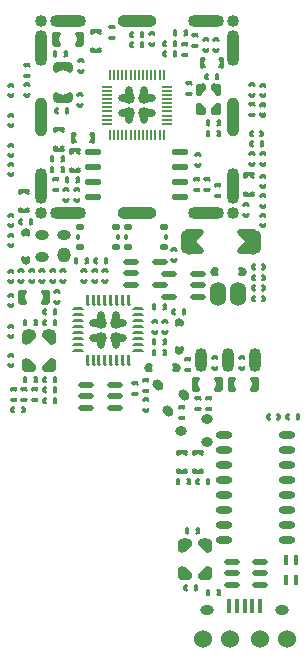
<source format=gtp>
G04 #@! TF.GenerationSoftware,KiCad,Pcbnew,6.0.5-a6ca702e91~116~ubuntu20.04.1*
G04 #@! TF.CreationDate,2024-03-03T00:05:47+03:00*
G04 #@! TF.ProjectId,iot-esp-eth-com,696f742d-6573-4702-9d65-74682d636f6d,rev?*
G04 #@! TF.SameCoordinates,PX3072580PYa990340*
G04 #@! TF.FileFunction,Paste,Top*
G04 #@! TF.FilePolarity,Positive*
%FSLAX46Y46*%
G04 Gerber Fmt 4.6, Leading zero omitted, Abs format (unit mm)*
G04 Created by KiCad (PCBNEW 6.0.5-a6ca702e91~116~ubuntu20.04.1) date 2024-03-03 00:05:47*
%MOMM*%
%LPD*%
G01*
G04 APERTURE LIST*
G04 Aperture macros list*
%AMRoundRect*
0 Rectangle with rounded corners*
0 $1 Rounding radius*
0 $2 $3 $4 $5 $6 $7 $8 $9 X,Y pos of 4 corners*
0 Add a 4 corners polygon primitive as box body*
4,1,4,$2,$3,$4,$5,$6,$7,$8,$9,$2,$3,0*
0 Add four circle primitives for the rounded corners*
1,1,$1+$1,$2,$3*
1,1,$1+$1,$4,$5*
1,1,$1+$1,$6,$7*
1,1,$1+$1,$8,$9*
0 Add four rect primitives between the rounded corners*
20,1,$1+$1,$2,$3,$4,$5,0*
20,1,$1+$1,$4,$5,$6,$7,0*
20,1,$1+$1,$6,$7,$8,$9,0*
20,1,$1+$1,$8,$9,$2,$3,0*%
%AMHorizOval*
0 Thick line with rounded ends*
0 $1 width*
0 $2 $3 position (X,Y) of the first rounded end (center of the circle)*
0 $4 $5 position (X,Y) of the second rounded end (center of the circle)*
0 Add line between two ends*
20,1,$1,$2,$3,$4,$5,0*
0 Add two circle primitives to create the rounded ends*
1,1,$1,$2,$3*
1,1,$1,$4,$5*%
%AMOutline4P*
0 Free polygon, 4 corners , with rotation*
0 The origin of the aperture is its center*
0 number of corners: always 4*
0 $1 to $8 corner X, Y*
0 $9 Rotation angle, in degrees counterclockwise*
0 create outline with 4 corners*
4,1,4,$1,$2,$3,$4,$5,$6,$7,$8,$1,$2,$9*%
G04 Aperture macros list end*
%ADD10Outline4P,-0.177800X-0.190500X0.177800X-0.190500X0.000000X0.190500X0.000000X0.190500X270.000000*%
%ADD11RoundRect,0.127000X0.000000X0.127000X0.000000X-0.127000X0.000000X-0.127000X0.000000X0.127000X0*%
%ADD12O,0.965200X0.406400*%
%ADD13Outline4P,-0.177800X-0.190500X0.177800X-0.190500X0.000000X0.190500X0.000000X0.190500X90.000000*%
%ADD14RoundRect,0.127000X0.000000X-0.127000X0.000000X0.127000X0.000000X0.127000X0.000000X-0.127000X0*%
%ADD15RoundRect,0.127000X0.035921X0.035921X-0.035921X-0.035921X-0.035921X-0.035921X0.035921X0.035921X0*%
%ADD16RoundRect,0.127000X0.050800X0.000000X-0.050800X0.000000X-0.050800X0.000000X0.050800X0.000000X0*%
%ADD17RoundRect,0.127000X-0.050800X0.000000X0.050800X0.000000X0.050800X0.000000X-0.050800X0.000000X0*%
%ADD18RoundRect,0.127000X-0.035921X-0.035921X0.035921X0.035921X0.035921X0.035921X-0.035921X-0.035921X0*%
%ADD19RoundRect,0.139700X0.000000X0.152400X0.000000X0.152400X0.000000X-0.152400X0.000000X-0.152400X0*%
%ADD20RoundRect,0.139700X0.000000X-0.152400X0.000000X-0.152400X0.000000X0.152400X0.000000X0.152400X0*%
%ADD21RoundRect,0.127000X-0.035921X0.035921X0.035921X-0.035921X0.035921X-0.035921X-0.035921X0.035921X0*%
%ADD22RoundRect,0.127000X0.035921X-0.035921X-0.035921X0.035921X-0.035921X0.035921X0.035921X-0.035921X0*%
%ADD23O,1.399540X0.599440*%
%ADD24RoundRect,0.127000X0.000000X0.050800X0.000000X-0.050800X0.000000X-0.050800X0.000000X0.050800X0*%
%ADD25RoundRect,0.139700X0.152400X0.000000X0.152400X0.000000X-0.152400X0.000000X-0.152400X0.000000X0*%
%ADD26RoundRect,0.127000X0.000000X-0.050800X0.000000X0.050800X0.000000X0.050800X0.000000X-0.050800X0*%
%ADD27RoundRect,0.139700X-0.152400X0.000000X-0.152400X0.000000X0.152400X0.000000X0.152400X0.000000X0*%
%ADD28O,1.397000X2.032000*%
%ADD29O,1.016000X2.032000*%
%ADD30HorizOval,0.457200X-0.251447X-0.251447X0.251447X0.251447X0*%
%ADD31O,1.143000X0.762000*%
%ADD32O,0.508000X1.117600*%
%ADD33O,0.482600X0.609600*%
%ADD34HorizOval,0.457200X-0.251447X0.251447X0.251447X-0.251447X0*%
%ADD35O,0.609600X0.457200*%
%ADD36HorizOval,0.457200X0.251447X-0.251447X-0.251447X0.251447X0*%
%ADD37HorizOval,0.457200X0.251447X0.251447X-0.251447X-0.251447X0*%
%ADD38O,1.143000X0.889000*%
%ADD39C,1.524000*%
%ADD40O,0.381000X1.270000*%
%ADD41O,0.457200X0.812800*%
%ADD42O,1.625600X0.711200*%
%ADD43HorizOval,0.406400X0.259055X-0.104665X-0.259055X0.104665X0*%
%ADD44HorizOval,0.406400X-0.259055X0.104665X0.259055X-0.104665X0*%
%ADD45HorizOval,0.406400X-0.259055X-0.104665X0.259055X0.104665X0*%
%ADD46HorizOval,0.406400X0.259055X0.104665X-0.259055X-0.104665X0*%
%ADD47Outline4P,-0.177800X-0.190500X0.177800X-0.190500X0.000000X0.190500X0.000000X0.190500X0.000000*%
%ADD48O,0.406400X0.965200*%
%ADD49Outline4P,-0.177800X-0.190500X0.177800X-0.190500X0.000000X0.190500X0.000000X0.190500X180.000000*%
%ADD50RoundRect,0.127000X0.127000X0.000000X-0.127000X0.000000X-0.127000X0.000000X0.127000X0.000000X0*%
%ADD51RoundRect,0.127000X-0.127000X0.000000X0.127000X0.000000X0.127000X0.000000X-0.127000X0.000000X0*%
%ADD52O,0.635000X1.143000*%
%ADD53C,1.016000*%
%ADD54O,1.143000X0.635000*%
%ADD55O,0.254000X1.016000*%
%ADD56O,1.016000X0.254000*%
%ADD57O,0.558800X1.270000*%
%ADD58RoundRect,0.177800X0.177800X0.000000X-0.177800X0.000000X-0.177800X0.000000X0.177800X0.000000X0*%
%ADD59Outline4P,-0.279400X-0.254000X0.279400X-0.254000X0.000000X0.254000X0.000000X0.254000X0.000000*%
%ADD60Outline4P,-0.279400X-0.254000X0.279400X-0.254000X0.000000X0.254000X0.000000X0.254000X180.000000*%
%ADD61RoundRect,0.177800X-0.177800X0.000000X0.177800X0.000000X0.177800X0.000000X-0.177800X0.000000X0*%
%ADD62RoundRect,0.127000X-0.048644X0.040817X0.048644X-0.040817X0.048644X-0.040817X-0.048644X0.040817X0*%
%ADD63RoundRect,0.127000X-0.048644X-0.040817X0.048644X0.040817X0.048644X0.040817X-0.048644X-0.040817X0*%
%ADD64RoundRect,0.127000X-0.069850X0.000000X0.069850X0.000000X0.069850X0.000000X-0.069850X0.000000X0*%
%ADD65RoundRect,0.127000X0.048644X-0.040817X-0.048644X0.040817X-0.048644X0.040817X0.048644X-0.040817X0*%
%ADD66RoundRect,0.127000X0.048644X0.040817X-0.048644X-0.040817X-0.048644X-0.040817X0.048644X0.040817X0*%
%ADD67RoundRect,0.177800X0.000000X-0.114300X0.000000X-0.114300X0.000000X0.114300X0.000000X0.114300X0*%
%ADD68HorizOval,0.304800X-0.125724X-0.125724X0.125724X0.125724X0*%
%ADD69O,0.304800X0.609600*%
%ADD70HorizOval,0.304800X0.125724X-0.125724X-0.125724X0.125724X0*%
%ADD71O,0.711200X0.673100*%
%ADD72HorizOval,0.304800X0.125724X0.125724X-0.125724X-0.125724X0*%
%ADD73HorizOval,0.304800X-0.125724X0.125724X0.125724X-0.125724X0*%
%ADD74RoundRect,0.127000X-0.040817X-0.048644X0.040817X0.048644X0.040817X0.048644X-0.040817X-0.048644X0*%
%ADD75RoundRect,0.127000X0.000000X-0.069850X0.000000X0.069850X0.000000X0.069850X0.000000X-0.069850X0*%
%ADD76RoundRect,0.177800X0.114300X0.000000X0.114300X0.000000X-0.114300X0.000000X-0.114300X0.000000X0*%
%ADD77RoundRect,0.127000X0.040817X-0.048644X-0.040817X0.048644X-0.040817X0.048644X0.040817X-0.048644X0*%
%ADD78RoundRect,0.127000X0.040817X0.048644X-0.040817X-0.048644X-0.040817X-0.048644X0.040817X0.048644X0*%
%ADD79RoundRect,0.127000X-0.040817X0.048644X0.040817X-0.048644X0.040817X-0.048644X-0.040817X0.048644X0*%
%ADD80O,1.320800X0.508000*%
%ADD81O,0.406400X0.914400*%
%ADD82O,0.609600X0.304800*%
%ADD83O,0.673100X0.711200*%
%ADD84O,1.016000X0.812800*%
%ADD85RoundRect,0.177800X-0.114300X0.000000X-0.114300X0.000000X0.114300X0.000000X0.114300X0.000000X0*%
%ADD86RoundRect,0.127000X0.000000X0.069850X0.000000X-0.069850X0.000000X-0.069850X0.000000X0.069850X0*%
%ADD87O,0.762000X0.558800*%
%ADD88O,0.355600X0.635000*%
%ADD89O,1.651000X0.508000*%
%ADD90O,1.422400X2.159000*%
%ADD91HorizOval,0.508000X-0.404112X0.404112X0.404112X-0.404112X0*%
%ADD92HorizOval,0.508000X0.404112X-0.404112X-0.404112X0.404112X0*%
%ADD93HorizOval,0.508000X-0.404112X-0.404112X0.404112X0.404112X0*%
%ADD94HorizOval,0.508000X0.404112X0.404112X-0.404112X-0.404112X0*%
%ADD95RoundRect,0.127000X0.069850X0.000000X-0.069850X0.000000X-0.069850X0.000000X0.069850X0.000000X0*%
%ADD96RoundRect,0.177800X0.000000X0.114300X0.000000X0.114300X0.000000X-0.114300X0.000000X-0.114300X0*%
%ADD97O,1.371600X0.558800*%
%ADD98O,1.143000X1.270000*%
%ADD99O,1.143000X0.838200*%
%ADD100HorizOval,0.812800X-0.071842X0.071842X0.071842X-0.071842X0*%
%ADD101O,0.533400X0.660400*%
%ADD102O,0.863600X0.558800*%
%ADD103HorizOval,0.533400X-0.179605X0.179605X0.179605X-0.179605X0*%
%ADD104HorizOval,0.533400X0.179605X0.179605X-0.179605X-0.179605X0*%
%ADD105O,0.533400X1.041400*%
%ADD106HorizOval,0.533400X-0.179605X-0.179605X0.179605X0.179605X0*%
%ADD107HorizOval,0.533400X0.179605X-0.179605X-0.179605X0.179605X0*%
%ADD108O,0.177800X0.889000*%
%ADD109O,0.889000X0.177800*%
%ADD110O,3.048000X1.016000*%
%ADD111O,1.016000X3.048000*%
%ADD112O,1.016000X3.302000*%
%ADD113O,3.302000X1.016000*%
G04 APERTURE END LIST*
D10*
G04 #@! TO.C,C22*
X11150600Y51206400D03*
D11*
X10947400Y52654200D03*
D10*
X11150600Y52578000D03*
D12*
X11303000Y52755800D03*
D11*
X11658600Y52654200D03*
D13*
X11455400Y52578000D03*
D12*
X11303000Y51028600D03*
D14*
X10947400Y51130200D03*
X11658600Y51130200D03*
D13*
X11455400Y51206400D03*
G04 #@! TD*
G04 #@! TO.C,L81*
X18694400Y16941800D03*
D12*
X18542000Y15392400D03*
D11*
X18186400Y17018000D03*
X18897600Y17018000D03*
D12*
X18542000Y17119600D03*
D14*
X18186400Y15494000D03*
D10*
X18389600Y15570200D03*
D13*
X18694400Y15570200D03*
D14*
X18897600Y15494000D03*
D10*
X18389600Y16941800D03*
G04 #@! TD*
D11*
G04 #@! TO.C,L2*
X9880600Y42545000D03*
D14*
X9169400Y41021000D03*
D12*
X9525000Y40919400D03*
D14*
X9880600Y41021000D03*
D13*
X9677400Y41097200D03*
D11*
X9169400Y42545000D03*
D10*
X9372600Y41097200D03*
D12*
X9525000Y42646600D03*
D13*
X9677400Y42468800D03*
D10*
X9372600Y42468800D03*
G04 #@! TD*
D15*
G04 #@! TO.C,C87*
X19888200Y14732000D03*
D16*
X19875500Y14782800D03*
D17*
X20764500Y14782800D03*
D18*
X20751800Y14478000D03*
D16*
X19875500Y14427200D03*
D19*
X19837400Y14605000D03*
D20*
X20802600Y14605000D03*
D21*
X19888200Y14478000D03*
D17*
X20764500Y14427200D03*
D22*
X20751800Y14732000D03*
G04 #@! TD*
D23*
G04 #@! TO.C,U81*
X22098000Y18542000D03*
X22098000Y17272000D03*
X22098000Y16002000D03*
X22098000Y14732000D03*
X22098000Y13462000D03*
X22098000Y12192000D03*
X22098000Y10922000D03*
X22098000Y9652000D03*
X27432000Y9652000D03*
X27432000Y10922000D03*
X27432000Y12192000D03*
X27432000Y13462000D03*
X27432000Y14732000D03*
X27432000Y16002000D03*
X27432000Y17272000D03*
X27432000Y18542000D03*
G04 #@! TD*
D24*
G04 #@! TO.C,C7*
X21285200Y51117500D03*
D21*
X21336000Y51130200D03*
D25*
X21463000Y52044600D03*
D26*
X21640800Y52006500D03*
D15*
X21336000Y51993800D03*
D18*
X21590000Y51130200D03*
D22*
X21590000Y51993800D03*
D27*
X21463000Y51079400D03*
D24*
X21640800Y51117500D03*
D26*
X21285200Y52006500D03*
G04 #@! TD*
D27*
G04 #@! TO.C,R72*
X8509000Y31521400D03*
D26*
X8331200Y32448500D03*
D24*
X8331200Y31559500D03*
D18*
X8636000Y31572200D03*
D24*
X8686800Y31559500D03*
D15*
X8382000Y32435800D03*
D22*
X8636000Y32435800D03*
D26*
X8686800Y32448500D03*
D21*
X8382000Y31572200D03*
D25*
X8509000Y32486600D03*
G04 #@! TD*
D18*
G04 #@! TO.C,C24*
X8890000Y38430200D03*
D26*
X8940800Y39306500D03*
D27*
X8763000Y38379400D03*
D25*
X8763000Y39344600D03*
D24*
X8940800Y38417500D03*
D21*
X8636000Y38430200D03*
D24*
X8585200Y38417500D03*
D22*
X8890000Y39293800D03*
D26*
X8585200Y39306500D03*
D15*
X8636000Y39293800D03*
G04 #@! TD*
D28*
G04 #@! TO.C,U41*
X21615400Y30480000D03*
X23342600Y30480000D03*
D29*
X20193000Y24892000D03*
X22479000Y24892000D03*
X24765000Y24892000D03*
G04 #@! TD*
D11*
G04 #@! TO.C,D42*
X24612600Y40513000D03*
D12*
X24257000Y40614600D03*
D11*
X23901400Y40513000D03*
D10*
X24104600Y39065200D03*
D14*
X24612600Y38989000D03*
D13*
X24409400Y39065200D03*
D12*
X24257000Y38887400D03*
D13*
X24409400Y40436800D03*
D14*
X23901400Y38989000D03*
D10*
X24104600Y40436800D03*
G04 #@! TD*
D12*
G04 #@! TO.C,C18*
X8128000Y44450000D03*
D11*
X8483600Y44348400D03*
D13*
X8280400Y44272200D03*
X8280400Y42900600D03*
D12*
X8128000Y42722800D03*
D10*
X7975600Y44272200D03*
X7975600Y42900600D03*
D14*
X7772400Y42824400D03*
X8483600Y42824400D03*
D11*
X7772400Y44348400D03*
G04 #@! TD*
D22*
G04 #@! TO.C,C62*
X5334000Y22402800D03*
D21*
X5080000Y21539200D03*
D24*
X5384800Y21526500D03*
D15*
X5080000Y22402800D03*
D25*
X5207000Y22453600D03*
D26*
X5384800Y22415500D03*
D27*
X5207000Y21488400D03*
D24*
X5029200Y21526500D03*
D18*
X5334000Y21539200D03*
D26*
X5029200Y22415500D03*
G04 #@! TD*
D30*
G04 #@! TO.C,X81*
X20421600Y6934200D03*
D31*
X18846800Y6578600D03*
X20523200Y9423400D03*
D32*
X18516600Y9144000D03*
D33*
X19189700Y6604000D03*
D34*
X18948400Y6934200D03*
D35*
X18592800Y7188200D03*
X20777200Y7188200D03*
D31*
X20523200Y6578600D03*
D35*
X18592800Y8813800D03*
D33*
X20180300Y6604000D03*
D32*
X20853400Y9144000D03*
D33*
X19189700Y9398000D03*
D31*
X18846800Y9423400D03*
D32*
X20853400Y6858000D03*
D35*
X20777200Y8813800D03*
D32*
X18516600Y6858000D03*
D33*
X20180300Y9398000D03*
D36*
X20421600Y9067800D03*
D37*
X18948400Y9067800D03*
G04 #@! TD*
D21*
G04 #@! TO.C,C12*
X20650200Y48768000D03*
D16*
X20637500Y49072800D03*
D17*
X21526500Y49072800D03*
D19*
X20599400Y48895000D03*
D20*
X21564600Y48895000D03*
D15*
X20650200Y49022000D03*
D18*
X21513800Y48768000D03*
D16*
X20637500Y48717200D03*
D17*
X21526500Y48717200D03*
D22*
X21513800Y49022000D03*
G04 #@! TD*
D26*
G04 #@! TO.C,C25*
X9474200Y39306500D03*
D27*
X9652000Y38379400D03*
D22*
X9779000Y39293800D03*
D21*
X9525000Y38430200D03*
D15*
X9525000Y39293800D03*
D18*
X9779000Y38430200D03*
D24*
X9474200Y38417500D03*
X9829800Y38417500D03*
D25*
X9652000Y39344600D03*
D26*
X9829800Y39306500D03*
G04 #@! TD*
D21*
G04 #@! TO.C,C10*
X19812000Y41402000D03*
D15*
X19812000Y42265600D03*
D26*
X19761200Y42278300D03*
D24*
X19761200Y41389300D03*
D27*
X19939000Y41351200D03*
D24*
X20116800Y41389300D03*
D25*
X19939000Y42316400D03*
D26*
X20116800Y42278300D03*
D22*
X20066000Y42265600D03*
D18*
X20066000Y41402000D03*
G04 #@! TD*
D32*
G04 #@! TO.C,X61*
X5308600Y26797000D03*
D31*
X7315200Y27076400D03*
D35*
X5384800Y26466800D03*
D33*
X5981700Y27051000D03*
D31*
X5638800Y27076400D03*
D32*
X7645400Y24511000D03*
D33*
X6972300Y27051000D03*
D35*
X7569200Y24841200D03*
D31*
X7315200Y24231600D03*
D32*
X5308600Y24511000D03*
D35*
X5384800Y24841200D03*
D33*
X6972300Y24257000D03*
D32*
X7645400Y26797000D03*
D35*
X7569200Y26466800D03*
D34*
X5740400Y24587200D03*
D37*
X5740400Y26720800D03*
D33*
X5981700Y24257000D03*
D31*
X5638800Y24231600D03*
D30*
X7213600Y24587200D03*
D36*
X7213600Y26720800D03*
G04 #@! TD*
D26*
G04 #@! TO.C,C3*
X18618200Y51625500D03*
D25*
X18796000Y51663600D03*
D18*
X18923000Y50749200D03*
D24*
X18618200Y50736500D03*
D26*
X18973800Y51625500D03*
D21*
X18669000Y50749200D03*
D22*
X18923000Y51612800D03*
D27*
X18796000Y50698400D03*
D24*
X18973800Y50736500D03*
D15*
X18669000Y51612800D03*
G04 #@! TD*
D26*
G04 #@! TO.C,C65*
X14782800Y22923500D03*
D21*
X14478000Y22047200D03*
D18*
X14732000Y22047200D03*
D25*
X14605000Y22961600D03*
D24*
X14782800Y22034500D03*
D15*
X14478000Y22910800D03*
D26*
X14427200Y22923500D03*
D24*
X14427200Y22034500D03*
D22*
X14732000Y22910800D03*
D27*
X14605000Y21996400D03*
G04 #@! TD*
D38*
G04 #@! TO.C,J81*
X20701000Y3759200D03*
D39*
X25146000Y1270000D03*
D38*
X27051000Y3759200D03*
D39*
X22606000Y1270000D03*
X27432000Y1270000D03*
X20320000Y1270000D03*
D40*
X22575520Y4064000D03*
X23228300Y4064000D03*
X23876000Y4064000D03*
X24523700Y4064000D03*
X25176480Y4064000D03*
G04 #@! TD*
D26*
G04 #@! TO.C,R51*
X24688800Y42354500D03*
D25*
X24511000Y42392600D03*
D18*
X24638000Y41478200D03*
D22*
X24638000Y42341800D03*
D15*
X24384000Y42341800D03*
D26*
X24333200Y42354500D03*
D21*
X24384000Y41478200D03*
D24*
X24688800Y41465500D03*
X24333200Y41465500D03*
D27*
X24511000Y41427400D03*
G04 #@! TD*
D21*
G04 #@! TO.C,R69*
X16205200Y26289000D03*
D20*
X17119600Y26416000D03*
D17*
X17081500Y26593800D03*
D15*
X16205200Y26543000D03*
D16*
X16192500Y26593800D03*
D19*
X16154400Y26416000D03*
D18*
X17068800Y26289000D03*
D22*
X17068800Y26543000D03*
D16*
X16192500Y26238200D03*
D17*
X17081500Y26238200D03*
G04 #@! TD*
D41*
G04 #@! TO.C,X2*
X9093200Y47142400D03*
D42*
X8509000Y49784000D03*
X8509000Y46990000D03*
D41*
X7924800Y47142400D03*
D43*
X8178800Y47244000D03*
D44*
X8839200Y49530000D03*
D45*
X8839200Y47244000D03*
D41*
X7924800Y49631600D03*
X9093200Y49631600D03*
D46*
X8178800Y49530000D03*
G04 #@! TD*
D15*
G04 #@! TO.C,R31*
X9601200Y33401000D03*
D16*
X9588500Y33096200D03*
X9588500Y33451800D03*
D18*
X10464800Y33147000D03*
D17*
X10477500Y33096200D03*
D19*
X9550400Y33274000D03*
D22*
X10464800Y33401000D03*
D17*
X10477500Y33451800D03*
D20*
X10515600Y33274000D03*
D21*
X9601200Y33147000D03*
G04 #@! TD*
D26*
G04 #@! TO.C,C73*
X7442200Y32448500D03*
D22*
X7747000Y32435800D03*
D24*
X7442200Y31559500D03*
D21*
X7493000Y31572200D03*
D27*
X7620000Y31521400D03*
D26*
X7797800Y32448500D03*
D25*
X7620000Y32486600D03*
D15*
X7493000Y32435800D03*
D18*
X7747000Y31572200D03*
D24*
X7797800Y31559500D03*
G04 #@! TD*
D47*
G04 #@! TO.C,C11*
X10845800Y43535600D03*
D48*
X9296400Y43688000D03*
X11023600Y43688000D03*
D49*
X9474200Y43840400D03*
D50*
X10922000Y43332400D03*
D51*
X9398000Y44043600D03*
X9398000Y43332400D03*
D49*
X10845800Y43840400D03*
D47*
X9474200Y43535600D03*
D50*
X10922000Y44043600D03*
G04 #@! TD*
D52*
G04 #@! TO.C,U61*
X12954000Y28448000D03*
D53*
X12954000Y28067000D03*
D52*
X11684000Y26416000D03*
X12954000Y26416000D03*
D54*
X11303000Y26797000D03*
X13335000Y26797000D03*
D53*
X11684000Y26797000D03*
X12954000Y26797000D03*
D54*
X13335000Y28067000D03*
D52*
X11684000Y28448000D03*
D53*
X11684000Y28067000D03*
D54*
X11303000Y28067000D03*
D55*
X10566400Y24892000D03*
X11074400Y24892000D03*
X11569700Y24892000D03*
X12065000Y24892000D03*
X12573000Y24892000D03*
X13068300Y24892000D03*
X13563600Y24892000D03*
X14071600Y24892000D03*
D56*
X14859000Y25679400D03*
X14859000Y26187400D03*
X14859000Y26682700D03*
X14859000Y27178000D03*
X14859000Y27686000D03*
X14859000Y28181300D03*
X14859000Y28676600D03*
X14859000Y29184600D03*
D55*
X14071600Y29972000D03*
X13563600Y29972000D03*
X13068300Y29972000D03*
X12573000Y29972000D03*
X12065000Y29972000D03*
X11569700Y29972000D03*
X11074400Y29972000D03*
X10566400Y29972000D03*
D56*
X9779000Y29184600D03*
X9779000Y28676600D03*
X9779000Y28181300D03*
X9779000Y27686000D03*
X9779000Y27178000D03*
X9779000Y26682700D03*
X9779000Y26187400D03*
X9779000Y25679400D03*
G04 #@! TD*
D21*
G04 #@! TO.C,C23*
X14300200Y52324000D03*
D16*
X14287500Y52628800D03*
D17*
X15176500Y52628800D03*
D20*
X15214600Y52451000D03*
D19*
X14249400Y52451000D03*
D22*
X15163800Y52578000D03*
D17*
X15176500Y52273200D03*
D16*
X14287500Y52273200D03*
D18*
X15163800Y52324000D03*
D15*
X14300200Y52578000D03*
G04 #@! TD*
D21*
G04 #@! TO.C,C15*
X7950200Y45847000D03*
D17*
X8826500Y46151800D03*
X8826500Y45796200D03*
D20*
X8864600Y45974000D03*
D16*
X7937500Y45796200D03*
D15*
X7950200Y46101000D03*
D18*
X8813800Y45847000D03*
D19*
X7899400Y45974000D03*
D22*
X8813800Y46101000D03*
D16*
X7937500Y46151800D03*
G04 #@! TD*
D18*
G04 #@! TO.C,C66*
X16383000Y27254200D03*
D27*
X16256000Y27203400D03*
D15*
X16129000Y28117800D03*
D25*
X16256000Y28168600D03*
D24*
X16078200Y27241500D03*
D22*
X16383000Y28117800D03*
D26*
X16078200Y28130500D03*
D21*
X16129000Y27254200D03*
D26*
X16433800Y28130500D03*
D24*
X16433800Y27241500D03*
G04 #@! TD*
G04 #@! TO.C,C5*
X9753600Y46469300D03*
D15*
X9804400Y47345600D03*
D26*
X9753600Y47358300D03*
D22*
X10058400Y47345600D03*
D25*
X9931400Y47396400D03*
D26*
X10109200Y47358300D03*
D27*
X9931400Y46431200D03*
D21*
X9804400Y46482000D03*
D24*
X10109200Y46469300D03*
D18*
X10058400Y46482000D03*
G04 #@! TD*
D57*
G04 #@! TO.C,C21*
X7810500Y52070000D03*
D58*
X9829800Y52527200D03*
D59*
X9753600Y51892200D03*
D60*
X8026400Y52247800D03*
D58*
X9829800Y51612800D03*
D59*
X8026400Y51892200D03*
D60*
X9753600Y52247800D03*
D61*
X7950200Y51612800D03*
X7950200Y52527200D03*
D57*
X9969500Y52070000D03*
G04 #@! TD*
D48*
G04 #@! TO.C,C8*
X20218400Y50038000D03*
X21945600Y50038000D03*
D47*
X20396200Y49885600D03*
D49*
X21767800Y50190400D03*
D51*
X20320000Y49682400D03*
X20320000Y50393600D03*
D50*
X21844000Y50393600D03*
X21844000Y49682400D03*
D49*
X20396200Y50190400D03*
D47*
X21767800Y49885600D03*
G04 #@! TD*
D62*
G04 #@! TO.C,D107*
X25387300Y31998920D03*
D63*
X24650700Y31998920D03*
D64*
X24625300Y31711900D03*
D65*
X24650700Y31755080D03*
D64*
X25412700Y32042100D03*
X25412700Y31711900D03*
X24625300Y32042100D03*
D66*
X25387300Y31755080D03*
D67*
X24549100Y31877000D03*
X25488900Y31877000D03*
G04 #@! TD*
D27*
G04 #@! TO.C,R56*
X24511000Y47269400D03*
D21*
X24384000Y47320200D03*
D18*
X24638000Y47320200D03*
D26*
X24333200Y48196500D03*
D25*
X24511000Y48234600D03*
D26*
X24688800Y48196500D03*
D15*
X24384000Y48183800D03*
D22*
X24638000Y48183800D03*
D24*
X24688800Y47307500D03*
X24333200Y47307500D03*
G04 #@! TD*
D68*
G04 #@! TO.C,D82*
X18415000Y25857200D03*
D69*
X18135600Y28016200D03*
D70*
X18415000Y27990800D03*
D71*
X18338800Y28149550D03*
D72*
X18262600Y27990800D03*
D69*
X18542000Y25831800D03*
D71*
X18338800Y25698450D03*
D69*
X18542000Y28016200D03*
X18135600Y25831800D03*
D73*
X18262600Y25857200D03*
G04 #@! TD*
D16*
G04 #@! TO.C,R64*
X6921500Y22529800D03*
D21*
X6934200Y22225000D03*
D20*
X7848600Y22352000D03*
D18*
X7797800Y22225000D03*
D16*
X6921500Y22174200D03*
D17*
X7810500Y22174200D03*
D15*
X6934200Y22479000D03*
D22*
X7797800Y22479000D03*
D19*
X6883400Y22352000D03*
D17*
X7810500Y22529800D03*
G04 #@! TD*
D74*
G04 #@! TO.C,D95*
X3942080Y37071300D03*
D75*
X3898900Y36309300D03*
D76*
X4064000Y36233100D03*
D77*
X3942080Y36334700D03*
D75*
X4229100Y37096700D03*
D76*
X4064000Y37172900D03*
D78*
X4185920Y36334700D03*
D75*
X4229100Y36309300D03*
D79*
X4185920Y37071300D03*
D75*
X3898900Y37096700D03*
G04 #@! TD*
D20*
G04 #@! TO.C,C81*
X21691600Y5207000D03*
D16*
X20764500Y5029200D03*
D17*
X21653500Y5384800D03*
X21653500Y5029200D03*
D22*
X21640800Y5334000D03*
D21*
X20777200Y5080000D03*
D19*
X20726400Y5207000D03*
D16*
X20764500Y5384800D03*
D18*
X21640800Y5080000D03*
D15*
X20777200Y5334000D03*
G04 #@! TD*
D21*
G04 #@! TO.C,C69*
X5283200Y23114000D03*
D15*
X5283200Y23368000D03*
D16*
X5270500Y23063200D03*
X5270500Y23418800D03*
D19*
X5232400Y23241000D03*
D18*
X6146800Y23114000D03*
D17*
X6159500Y23063200D03*
D22*
X6146800Y23368000D03*
D17*
X6159500Y23418800D03*
D20*
X6197600Y23241000D03*
G04 #@! TD*
D57*
G04 #@! TO.C,C89*
X19621500Y22860000D03*
X21780500Y22860000D03*
D58*
X21640800Y23317200D03*
D61*
X19761200Y22402800D03*
D60*
X21564600Y23037800D03*
X19837400Y23037800D03*
D59*
X21564600Y22682200D03*
X19837400Y22682200D03*
D58*
X21640800Y22402800D03*
D61*
X19761200Y23317200D03*
G04 #@! TD*
D15*
G04 #@! TO.C,C70*
X5283200Y28194000D03*
D21*
X5283200Y27940000D03*
D16*
X5270500Y27889200D03*
X5270500Y28244800D03*
D17*
X6159500Y27889200D03*
D22*
X6146800Y28194000D03*
D17*
X6159500Y28244800D03*
D18*
X6146800Y27940000D03*
D19*
X5232400Y28067000D03*
D20*
X6197600Y28067000D03*
G04 #@! TD*
D18*
G04 #@! TO.C,R7*
X19939000Y39319200D03*
D26*
X19989800Y40195500D03*
D22*
X19939000Y40182800D03*
D21*
X19685000Y39319200D03*
D26*
X19634200Y40195500D03*
D25*
X19812000Y40233600D03*
D15*
X19685000Y40182800D03*
D24*
X19989800Y39306500D03*
X19634200Y39306500D03*
D27*
X19812000Y39268400D03*
G04 #@! TD*
D18*
G04 #@! TO.C,C68*
X7797800Y27940000D03*
D21*
X6934200Y27940000D03*
D15*
X6934200Y28194000D03*
D22*
X7797800Y28194000D03*
D19*
X6883400Y28067000D03*
D16*
X6921500Y28244800D03*
X6921500Y27889200D03*
D20*
X7848600Y28067000D03*
D17*
X7810500Y27889200D03*
X7810500Y28244800D03*
G04 #@! TD*
D80*
G04 #@! TO.C,D81*
X25196800Y5892800D03*
X25196800Y6858000D03*
X25196800Y7823200D03*
X22758400Y7823200D03*
X22758400Y6858000D03*
X22758400Y5892800D03*
G04 #@! TD*
D18*
G04 #@! TO.C,C2*
X16129000Y51638200D03*
D26*
X15824200Y52514500D03*
D25*
X16002000Y52552600D03*
D24*
X16179800Y51625500D03*
D22*
X16129000Y52501800D03*
D24*
X15824200Y51625500D03*
D21*
X15875000Y51638200D03*
D26*
X16179800Y52514500D03*
D27*
X16002000Y51587400D03*
D15*
X15875000Y52501800D03*
G04 #@! TD*
D22*
G04 #@! TO.C,R6*
X17068800Y29514800D03*
D17*
X17081500Y29565600D03*
D21*
X16205200Y29260800D03*
D16*
X16192500Y29210000D03*
D20*
X17119600Y29387800D03*
D15*
X16205200Y29514800D03*
D18*
X17068800Y29260800D03*
D19*
X16154400Y29387800D03*
D16*
X16192500Y29565600D03*
D17*
X17081500Y29210000D03*
G04 #@! TD*
D19*
G04 #@! TO.C,C1*
X17043400Y51689000D03*
D22*
X17957800Y51816000D03*
D16*
X17081500Y51866800D03*
X17081500Y51511200D03*
D21*
X17094200Y51562000D03*
D17*
X17970500Y51511200D03*
X17970500Y51866800D03*
D15*
X17094200Y51816000D03*
D20*
X18008600Y51689000D03*
D18*
X17957800Y51562000D03*
G04 #@! TD*
D81*
G04 #@! TO.C,T81*
X27406600Y6248400D03*
X27406600Y7975600D03*
X28219400Y7975600D03*
X28219400Y6248400D03*
G04 #@! TD*
D82*
G04 #@! TO.C,D41*
X21386800Y32181800D03*
X23571200Y32588200D03*
D68*
X23545800Y32308800D03*
D83*
X21253450Y32385000D03*
X23704550Y32385000D03*
D72*
X21412200Y32461200D03*
D70*
X23545800Y32461200D03*
D73*
X21412200Y32308800D03*
D82*
X21386800Y32588200D03*
X23571200Y32181800D03*
G04 #@! TD*
D84*
G04 #@! TO.C,Q81*
X20657820Y17970500D03*
X20657820Y19875500D03*
X18458180Y18923000D03*
G04 #@! TD*
D24*
G04 #@! TO.C,R4*
X19354800Y47434500D03*
D27*
X19177000Y47396400D03*
D18*
X19304000Y47447200D03*
D26*
X19354800Y48323500D03*
D22*
X19304000Y48310800D03*
D21*
X19050000Y47447200D03*
D26*
X18999200Y48323500D03*
D15*
X19050000Y48310800D03*
D24*
X18999200Y47434500D03*
D25*
X19177000Y48361600D03*
G04 #@! TD*
D22*
G04 #@! TO.C,C17*
X8432800Y42037000D03*
D16*
X7556500Y41732200D03*
D19*
X7518400Y41910000D03*
D17*
X8445500Y41732200D03*
D15*
X7569200Y42037000D03*
D20*
X8483600Y41910000D03*
D18*
X8432800Y41783000D03*
D17*
X8445500Y42087800D03*
D16*
X7556500Y42087800D03*
D21*
X7569200Y41783000D03*
G04 #@! TD*
D17*
G04 #@! TO.C,C9*
X21653500Y43891200D03*
D15*
X20777200Y44196000D03*
D20*
X21691600Y44069000D03*
D19*
X20726400Y44069000D03*
D17*
X21653500Y44246800D03*
D16*
X20764500Y44246800D03*
D21*
X20777200Y43942000D03*
D22*
X21640800Y44196000D03*
D18*
X21640800Y43942000D03*
D16*
X20764500Y43891200D03*
G04 #@! TD*
D27*
G04 #@! TO.C,R2*
X21590000Y38760400D03*
D22*
X21717000Y39674800D03*
D26*
X21767800Y39687500D03*
D18*
X21717000Y38811200D03*
D24*
X21412200Y38798500D03*
D26*
X21412200Y39687500D03*
D25*
X21590000Y39725600D03*
D24*
X21767800Y38798500D03*
D15*
X21463000Y39674800D03*
D21*
X21463000Y38811200D03*
G04 #@! TD*
D85*
G04 #@! TO.C,D96*
X4064000Y35521900D03*
X4064000Y34582100D03*
D74*
X3942080Y35420300D03*
D86*
X3898900Y34658300D03*
D78*
X4185920Y34683700D03*
D77*
X3942080Y34683700D03*
D79*
X4185920Y35420300D03*
D86*
X3898900Y35445700D03*
X4229100Y34658300D03*
X4229100Y35445700D03*
G04 #@! TD*
D22*
G04 #@! TO.C,C63*
X6223000Y22402800D03*
D25*
X6096000Y22453600D03*
D26*
X5918200Y22415500D03*
D24*
X6273800Y21526500D03*
D18*
X6223000Y21539200D03*
D27*
X6096000Y21488400D03*
D15*
X5969000Y22402800D03*
D24*
X5918200Y21526500D03*
D26*
X6273800Y22415500D03*
D21*
X5969000Y21539200D03*
G04 #@! TD*
G04 #@! TO.C,C43*
X21209000Y24206200D03*
D27*
X21336000Y24155400D03*
D25*
X21336000Y25120600D03*
D26*
X21513800Y25082500D03*
D22*
X21463000Y25069800D03*
D15*
X21209000Y25069800D03*
D24*
X21158200Y24193500D03*
D18*
X21463000Y24206200D03*
D24*
X21513800Y24193500D03*
D26*
X21158200Y25082500D03*
G04 #@! TD*
D20*
G04 #@! TO.C,C19*
X8483600Y41021000D03*
D16*
X7556500Y41198800D03*
D19*
X7518400Y41021000D03*
D15*
X7569200Y41148000D03*
D17*
X8445500Y40843200D03*
D21*
X7569200Y40894000D03*
D18*
X8432800Y40894000D03*
D22*
X8432800Y41148000D03*
D16*
X7556500Y40843200D03*
D17*
X8445500Y41198800D03*
G04 #@! TD*
D18*
G04 #@! TO.C,C4*
X5588000Y48971200D03*
D24*
X5638800Y48958500D03*
D26*
X5638800Y49847500D03*
D21*
X5334000Y48971200D03*
D27*
X5461000Y48920400D03*
D26*
X5283200Y49847500D03*
D15*
X5334000Y49834800D03*
D22*
X5588000Y49834800D03*
D24*
X5283200Y48958500D03*
D25*
X5461000Y49885600D03*
G04 #@! TD*
D86*
G04 #@! TO.C,D94*
X4229100Y40627300D03*
D78*
X4185920Y40652700D03*
D86*
X4229100Y41414700D03*
D77*
X3942080Y40652700D03*
D74*
X3942080Y41389300D03*
D86*
X3898900Y40627300D03*
D79*
X4185920Y41389300D03*
D85*
X4064000Y40551100D03*
X4064000Y41490900D03*
D86*
X3898900Y41414700D03*
G04 #@! TD*
D16*
G04 #@! TO.C,C90*
X17843500Y29133800D03*
D17*
X18732500Y29133800D03*
D16*
X17843500Y28778200D03*
D15*
X17856200Y29083000D03*
D21*
X17856200Y28829000D03*
D19*
X17805400Y28956000D03*
D20*
X18770600Y28956000D03*
D18*
X18719800Y28829000D03*
D22*
X18719800Y29083000D03*
D17*
X18732500Y28778200D03*
G04 #@! TD*
D16*
G04 #@! TO.C,C14*
X7810500Y50622200D03*
D19*
X7772400Y50800000D03*
D17*
X8699500Y50977800D03*
X8699500Y50622200D03*
D20*
X8737600Y50800000D03*
D18*
X8686800Y50673000D03*
D21*
X7823200Y50673000D03*
D16*
X7810500Y50977800D03*
D15*
X7823200Y50927000D03*
D22*
X8686800Y50927000D03*
G04 #@! TD*
D24*
G04 #@! TO.C,C6*
X19507200Y51498500D03*
D26*
X19507200Y52387500D03*
D18*
X19812000Y51511200D03*
D26*
X19862800Y52387500D03*
D25*
X19685000Y52425600D03*
D24*
X19862800Y51498500D03*
D21*
X19558000Y51511200D03*
D15*
X19558000Y52374800D03*
D27*
X19685000Y51460400D03*
D22*
X19812000Y52374800D03*
G04 #@! TD*
D82*
G04 #@! TO.C,D83*
X17983200Y24460200D03*
X17983200Y24053800D03*
D70*
X17957800Y24333200D03*
D68*
X17957800Y24180800D03*
D82*
X15798800Y24053800D03*
D72*
X15824200Y24333200D03*
D83*
X15665450Y24257000D03*
D73*
X15824200Y24180800D03*
D83*
X18116550Y24257000D03*
D82*
X15798800Y24460200D03*
G04 #@! TD*
D71*
G04 #@! TO.C,D31*
X5334000Y33318450D03*
D69*
X5537200Y35636200D03*
D73*
X5257800Y33477200D03*
D71*
X5334000Y35769550D03*
D69*
X5130800Y35636200D03*
D70*
X5410200Y35610800D03*
D69*
X5130800Y33451800D03*
D72*
X5257800Y35610800D03*
D69*
X5537200Y33451800D03*
D68*
X5410200Y33477200D03*
G04 #@! TD*
D79*
G04 #@! TO.C,D101*
X25521920Y48120300D03*
D86*
X25565100Y47358300D03*
D78*
X25521920Y47383700D03*
D85*
X25400000Y47282100D03*
D74*
X25278080Y48120300D03*
D86*
X25234900Y47358300D03*
X25234900Y48145700D03*
X25565100Y48145700D03*
D77*
X25278080Y47383700D03*
D85*
X25400000Y48221900D03*
G04 #@! TD*
D87*
G04 #@! TO.C,S31*
X12954000Y34467800D03*
X9906000Y34467800D03*
X12954000Y36144200D03*
X9906000Y36144200D03*
D88*
X13131800Y35306000D03*
X9728200Y35306000D03*
G04 #@! TD*
D12*
G04 #@! TO.C,C83*
X19939000Y15392400D03*
D10*
X19786600Y15570200D03*
D13*
X20091400Y15570200D03*
D11*
X20294600Y17018000D03*
D12*
X19939000Y17119600D03*
D14*
X19583400Y15494000D03*
X20294600Y15494000D03*
D10*
X19786600Y16941800D03*
D13*
X20091400Y16941800D03*
D11*
X19583400Y17018000D03*
G04 #@! TD*
D17*
G04 #@! TO.C,D1*
X18859500Y52755800D03*
D20*
X18897600Y52578000D03*
D19*
X17932400Y52578000D03*
D21*
X17983200Y52451000D03*
D22*
X18846800Y52705000D03*
D16*
X17970500Y52755800D03*
D18*
X18846800Y52451000D03*
D17*
X18859500Y52400200D03*
D16*
X17970500Y52400200D03*
D15*
X17983200Y52705000D03*
G04 #@! TD*
D76*
G04 #@! TO.C,D99*
X4064000Y26835100D03*
D79*
X4185920Y27673300D03*
D75*
X3898900Y26911300D03*
D77*
X3942080Y26936700D03*
D74*
X3942080Y27673300D03*
D78*
X4185920Y26936700D03*
D75*
X4229100Y27698700D03*
X4229100Y26911300D03*
D76*
X4064000Y27774900D03*
D75*
X3898900Y27698700D03*
G04 #@! TD*
D26*
G04 #@! TO.C,L4*
X7696200Y40195500D03*
D27*
X7874000Y39268400D03*
D26*
X8051800Y40195500D03*
D22*
X8001000Y40182800D03*
D24*
X8051800Y39306500D03*
X7696200Y39306500D03*
D15*
X7747000Y40182800D03*
D25*
X7874000Y40233600D03*
D21*
X7747000Y39319200D03*
D18*
X8001000Y39319200D03*
G04 #@! TD*
D17*
G04 #@! TO.C,R32*
X5778500Y36753800D03*
X5778500Y36398200D03*
D15*
X4902200Y36703000D03*
D22*
X5765800Y36703000D03*
D16*
X4889500Y36398200D03*
D19*
X4851400Y36576000D03*
D16*
X4889500Y36753800D03*
D18*
X5765800Y36449000D03*
D20*
X5816600Y36576000D03*
D21*
X4902200Y36449000D03*
G04 #@! TD*
D17*
G04 #@! TO.C,C13*
X21653500Y44780200D03*
X21653500Y45135800D03*
D20*
X21691600Y44958000D03*
D19*
X20726400Y44958000D03*
D22*
X21640800Y45085000D03*
D18*
X21640800Y44831000D03*
D16*
X20764500Y45135800D03*
X20764500Y44780200D03*
D15*
X20777200Y45085000D03*
D21*
X20777200Y44831000D03*
G04 #@! TD*
D22*
G04 #@! TO.C,R84*
X19177000Y24942800D03*
D24*
X19227800Y24066500D03*
D26*
X18872200Y24955500D03*
D18*
X19177000Y24079200D03*
D21*
X18923000Y24079200D03*
D24*
X18872200Y24066500D03*
D26*
X19227800Y24955500D03*
D15*
X18923000Y24942800D03*
D27*
X19050000Y24028400D03*
D25*
X19050000Y24993600D03*
G04 #@! TD*
D24*
G04 #@! TO.C,C86*
X21005800Y20764500D03*
D27*
X20828000Y20726400D03*
D18*
X20955000Y20777200D03*
D26*
X21005800Y21653500D03*
D21*
X20701000Y20777200D03*
D25*
X20828000Y21691600D03*
D15*
X20701000Y21640800D03*
D24*
X20650200Y20764500D03*
D22*
X20955000Y21640800D03*
D26*
X20650200Y21653500D03*
G04 #@! TD*
D80*
G04 #@! TO.C,U62*
X14274800Y33223200D03*
X14274800Y32258000D03*
X14274800Y31292800D03*
X16713200Y31292800D03*
X16713200Y33223200D03*
G04 #@! TD*
D64*
G04 #@! TO.C,D109*
X25412700Y30264100D03*
D62*
X25387300Y30220920D03*
D65*
X24650700Y29977080D03*
D66*
X25387300Y29977080D03*
D64*
X25412700Y29933900D03*
D63*
X24650700Y30220920D03*
D67*
X25488900Y30099000D03*
D64*
X24625300Y30264100D03*
X24625300Y29933900D03*
D67*
X24549100Y30099000D03*
G04 #@! TD*
D24*
G04 #@! TO.C,R41*
X24180800Y37147500D03*
D15*
X23876000Y38023800D03*
D22*
X24130000Y38023800D03*
D26*
X24180800Y38036500D03*
X23825200Y38036500D03*
D27*
X24003000Y37109400D03*
D24*
X23825200Y37147500D03*
D25*
X24003000Y38074600D03*
D18*
X24130000Y37160200D03*
D21*
X23876000Y37160200D03*
G04 #@! TD*
D11*
G04 #@! TO.C,C32*
X5562600Y39116000D03*
D12*
X5207000Y39217600D03*
D11*
X4851400Y39116000D03*
D14*
X4851400Y37592000D03*
D10*
X5054600Y37668200D03*
D14*
X5562600Y37592000D03*
D13*
X5359400Y37668200D03*
D10*
X5054600Y39039800D03*
D13*
X5359400Y39039800D03*
D12*
X5207000Y37490400D03*
G04 #@! TD*
D63*
G04 #@! TO.C,D108*
X24650700Y31109920D03*
D64*
X24625300Y30822900D03*
D67*
X25488900Y30988000D03*
D62*
X25387300Y31109920D03*
D65*
X24650700Y30866080D03*
D66*
X25387300Y30866080D03*
D64*
X25412700Y30822900D03*
X25412700Y31153100D03*
D67*
X24549100Y30988000D03*
D64*
X24625300Y31153100D03*
G04 #@! TD*
D85*
G04 #@! TO.C,D102*
X25400000Y45599350D03*
D86*
X25565100Y45675550D03*
X25234900Y46462950D03*
D77*
X25278080Y45700950D03*
D79*
X25521920Y46437550D03*
D86*
X25234900Y45675550D03*
X25565100Y46462950D03*
D74*
X25278080Y46437550D03*
D78*
X25521920Y45700950D03*
D85*
X25400000Y46539150D03*
G04 #@! TD*
D16*
G04 #@! TO.C,C67*
X6921500Y29133800D03*
D18*
X7797800Y28829000D03*
D20*
X7848600Y28956000D03*
D22*
X7797800Y29083000D03*
D17*
X7810500Y28778200D03*
D21*
X6934200Y28829000D03*
D16*
X6921500Y28778200D03*
D15*
X6934200Y29083000D03*
D19*
X6883400Y28956000D03*
D17*
X7810500Y29133800D03*
G04 #@! TD*
D16*
G04 #@! TO.C,C64*
X6921500Y21285200D03*
D20*
X7848600Y21463000D03*
D17*
X7810500Y21640800D03*
D16*
X6921500Y21640800D03*
D22*
X7797800Y21590000D03*
D19*
X6883400Y21463000D03*
D21*
X6934200Y21336000D03*
D18*
X7797800Y21336000D03*
D15*
X6934200Y21590000D03*
D17*
X7810500Y21285200D03*
G04 #@! TD*
D26*
G04 #@! TO.C,R67*
X11353800Y32448500D03*
X10998200Y32448500D03*
D15*
X11049000Y32435800D03*
D18*
X11303000Y31572200D03*
D21*
X11049000Y31572200D03*
D27*
X11176000Y31521400D03*
D25*
X11176000Y32486600D03*
D24*
X11353800Y31559500D03*
D22*
X11303000Y32435800D03*
D24*
X10998200Y31559500D03*
G04 #@! TD*
D80*
G04 #@! TO.C,U82*
X19888200Y30276800D03*
X19888200Y31242000D03*
X19888200Y32207200D03*
X17449800Y32207200D03*
X17449800Y30276800D03*
G04 #@! TD*
D24*
G04 #@! TO.C,R81*
X18364200Y20002500D03*
D18*
X18669000Y20015200D03*
D21*
X18415000Y20015200D03*
D22*
X18669000Y20878800D03*
D24*
X18719800Y20002500D03*
D26*
X18719800Y20891500D03*
D15*
X18415000Y20878800D03*
D27*
X18542000Y19964400D03*
D25*
X18542000Y20929600D03*
D26*
X18364200Y20891500D03*
G04 #@! TD*
D18*
G04 #@! TO.C,C31*
X12115800Y33147000D03*
D16*
X11239500Y33451800D03*
D19*
X11201400Y33274000D03*
D15*
X11252200Y33401000D03*
D17*
X12128500Y33096200D03*
X12128500Y33451800D03*
D16*
X11239500Y33096200D03*
D22*
X12115800Y33401000D03*
D20*
X12166600Y33274000D03*
D21*
X11252200Y33147000D03*
G04 #@! TD*
D89*
G04 #@! TO.C,C42*
X24104600Y35737800D03*
D90*
X19151600Y34925000D03*
D91*
X19761200Y34518600D03*
D89*
X19583400Y35737800D03*
D92*
X23926800Y35331400D03*
D90*
X24536400Y34925000D03*
D89*
X24104600Y34112200D03*
X19583400Y34112200D03*
D93*
X23926800Y34518600D03*
D94*
X19761200Y35331400D03*
G04 #@! TD*
D22*
G04 #@! TO.C,R70*
X7797800Y23368000D03*
D17*
X7810500Y23063200D03*
X7810500Y23418800D03*
D20*
X7848600Y23241000D03*
D21*
X6934200Y23114000D03*
D15*
X6934200Y23368000D03*
D16*
X6921500Y23063200D03*
D19*
X6883400Y23241000D03*
D16*
X6921500Y23418800D03*
D18*
X7797800Y23114000D03*
G04 #@! TD*
D74*
G04 #@! TO.C,D100*
X3942080Y25260300D03*
D78*
X4185920Y24523700D03*
D77*
X3942080Y24523700D03*
D86*
X4229100Y25285700D03*
D85*
X4064000Y25361900D03*
D86*
X3898900Y24498300D03*
X4229100Y24498300D03*
X3898900Y25285700D03*
D79*
X4185920Y25260300D03*
D85*
X4064000Y24422100D03*
G04 #@! TD*
D65*
G04 #@! TO.C,D110*
X25920700Y19944080D03*
D95*
X25895300Y19900900D03*
X25895300Y20231100D03*
X26682700Y19900900D03*
D63*
X25920700Y20187920D03*
D66*
X26657300Y19944080D03*
D96*
X25819100Y20066000D03*
D62*
X26657300Y20187920D03*
D95*
X26682700Y20231100D03*
D96*
X26758900Y20066000D03*
G04 #@! TD*
D97*
G04 #@! TO.C,U2*
X18415000Y38735000D03*
X18415000Y40005000D03*
X18415000Y41275000D03*
X18415000Y42545000D03*
X11049000Y42545000D03*
X11049000Y41275000D03*
X11049000Y40005000D03*
X11049000Y38735000D03*
G04 #@! TD*
D24*
G04 #@! TO.C,R1*
X20751800Y51117500D03*
D18*
X20701000Y51130200D03*
D25*
X20574000Y52044600D03*
D15*
X20447000Y51993800D03*
D26*
X20751800Y52006500D03*
D22*
X20701000Y51993800D03*
D21*
X20447000Y51130200D03*
D24*
X20396200Y51117500D03*
D26*
X20396200Y52006500D03*
D27*
X20574000Y51079400D03*
G04 #@! TD*
D26*
G04 #@! TO.C,R71*
X15316200Y23177500D03*
D24*
X15671800Y22288500D03*
D22*
X15621000Y23164800D03*
D25*
X15494000Y23215600D03*
D21*
X15367000Y22301200D03*
D18*
X15621000Y22301200D03*
D27*
X15494000Y22250400D03*
D24*
X15316200Y22288500D03*
D26*
X15671800Y23177500D03*
D15*
X15367000Y23164800D03*
G04 #@! TD*
D24*
G04 #@! TO.C,C74*
X6908800Y31559500D03*
D26*
X6908800Y32448500D03*
D22*
X6858000Y32435800D03*
D24*
X6553200Y31559500D03*
D15*
X6604000Y32435800D03*
D27*
X6731000Y31521400D03*
D21*
X6604000Y31572200D03*
D25*
X6731000Y32486600D03*
D26*
X6553200Y32448500D03*
D18*
X6858000Y31572200D03*
G04 #@! TD*
D26*
G04 #@! TO.C,R82*
X15316200Y21526500D03*
D27*
X15494000Y20599400D03*
D24*
X15671800Y20637500D03*
D25*
X15494000Y21564600D03*
D18*
X15621000Y20650200D03*
D21*
X15367000Y20650200D03*
D15*
X15367000Y21513800D03*
D26*
X15671800Y21526500D03*
D22*
X15621000Y21513800D03*
D24*
X15316200Y20637500D03*
G04 #@! TD*
D18*
G04 #@! TO.C,R63*
X4445000Y21539200D03*
D26*
X4495800Y22415500D03*
D25*
X4318000Y22453600D03*
D15*
X4191000Y22402800D03*
D24*
X4495800Y21526500D03*
X4140200Y21526500D03*
D26*
X4140200Y22415500D03*
D22*
X4445000Y22402800D03*
D21*
X4191000Y21539200D03*
D27*
X4318000Y21488400D03*
G04 #@! TD*
D24*
G04 #@! TO.C,L82*
X19761200Y20764500D03*
D18*
X20066000Y20777200D03*
D15*
X19812000Y21640800D03*
D21*
X19812000Y20777200D03*
D27*
X19939000Y20726400D03*
D22*
X20066000Y21640800D03*
D26*
X20116800Y21653500D03*
D24*
X20116800Y20764500D03*
D25*
X19939000Y21691600D03*
D26*
X19761200Y21653500D03*
G04 #@! TD*
D17*
G04 #@! TO.C,R68*
X17081500Y25704800D03*
D18*
X17068800Y25400000D03*
D16*
X16192500Y25704800D03*
D15*
X16205200Y25654000D03*
D20*
X17119600Y25527000D03*
D19*
X16154400Y25527000D03*
D22*
X17068800Y25654000D03*
D17*
X17081500Y25349200D03*
D16*
X16192500Y25349200D03*
D21*
X16205200Y25400000D03*
G04 #@! TD*
D26*
G04 #@! TO.C,R52*
X25577800Y38798500D03*
D27*
X25400000Y37871400D03*
D24*
X25577800Y37909500D03*
D15*
X25273000Y38785800D03*
D25*
X25400000Y38836600D03*
D18*
X25527000Y37922200D03*
D21*
X25273000Y37922200D03*
D24*
X25222200Y37909500D03*
D22*
X25527000Y38785800D03*
D26*
X25222200Y38798500D03*
G04 #@! TD*
D58*
G04 #@! TO.C,C72*
X6985000Y30683200D03*
D60*
X6908800Y30403800D03*
D59*
X6908800Y30048200D03*
D60*
X5181600Y30403800D03*
D59*
X5181600Y30048200D03*
D57*
X4965700Y30226000D03*
D58*
X6985000Y29768800D03*
D57*
X7124700Y30226000D03*
D61*
X5105400Y30683200D03*
X5105400Y29768800D03*
G04 #@! TD*
D22*
G04 #@! TO.C,R54*
X25323800Y43307000D03*
D17*
X25336500Y43357800D03*
D18*
X25323800Y43053000D03*
D17*
X25336500Y43002200D03*
D19*
X24409400Y43180000D03*
D15*
X24460200Y43307000D03*
D21*
X24460200Y43053000D03*
D16*
X24447500Y43002200D03*
X24447500Y43357800D03*
D20*
X25374600Y43180000D03*
G04 #@! TD*
D98*
G04 #@! TO.C,U31*
X8572500Y33769300D03*
D99*
X8572500Y35496500D03*
X6667500Y35496500D03*
X6667500Y33591500D03*
G04 #@! TD*
D24*
G04 #@! TO.C,R3*
X5283200Y47307500D03*
X5638800Y47307500D03*
D22*
X5588000Y48183800D03*
D18*
X5588000Y47320200D03*
D25*
X5461000Y48234600D03*
D26*
X5283200Y48196500D03*
D21*
X5334000Y47320200D03*
D27*
X5461000Y47269400D03*
D15*
X5334000Y48183800D03*
D26*
X5638800Y48196500D03*
G04 #@! TD*
G04 #@! TO.C,R85*
X23799800Y25082500D03*
D18*
X23749000Y24206200D03*
D25*
X23622000Y25120600D03*
D26*
X23444200Y25082500D03*
D15*
X23495000Y25069800D03*
D22*
X23749000Y25069800D03*
D27*
X23622000Y24155400D03*
D24*
X23799800Y24193500D03*
X23444200Y24193500D03*
D21*
X23495000Y24206200D03*
G04 #@! TD*
D75*
G04 #@! TO.C,D104*
X25234900Y39611300D03*
D76*
X25400000Y40474900D03*
D79*
X25521920Y40373300D03*
D77*
X25278080Y39636700D03*
D75*
X25565100Y40398700D03*
D74*
X25278080Y40373300D03*
D75*
X25234900Y40398700D03*
D78*
X25521920Y39636700D03*
D75*
X25565100Y39611300D03*
D76*
X25400000Y39535100D03*
G04 #@! TD*
D85*
G04 #@! TO.C,D91*
X4064000Y48221900D03*
D74*
X3942080Y48120300D03*
D77*
X3942080Y47383700D03*
D79*
X4185920Y48120300D03*
D86*
X4229100Y48145700D03*
D78*
X4185920Y47383700D03*
D85*
X4064000Y47282100D03*
D86*
X3898900Y48145700D03*
X4229100Y47358300D03*
X3898900Y47358300D03*
G04 #@! TD*
D75*
G04 #@! TO.C,D105*
X25234900Y36309300D03*
X25565100Y36309300D03*
D78*
X25521920Y36334700D03*
D75*
X25565100Y37096700D03*
D76*
X25400000Y37172900D03*
D74*
X25278080Y37071300D03*
D75*
X25234900Y37096700D03*
D77*
X25278080Y36334700D03*
D79*
X25521920Y37071300D03*
D76*
X25400000Y36233100D03*
G04 #@! TD*
D64*
G04 #@! TO.C,D103*
X24498300Y43903900D03*
D65*
X24523700Y43947080D03*
D66*
X25260300Y43947080D03*
D64*
X25285700Y44234100D03*
D63*
X24523700Y44190920D03*
D64*
X25285700Y43903900D03*
D67*
X25361900Y44069000D03*
D62*
X25260300Y44190920D03*
D64*
X24498300Y44234100D03*
D67*
X24422100Y44069000D03*
G04 #@! TD*
D100*
G04 #@! TO.C,Q82*
X17376170Y20576498D03*
X18723208Y21923536D03*
X16494309Y22805397D03*
G04 #@! TD*
D27*
G04 #@! TO.C,R8*
X20701000Y39268400D03*
D22*
X20828000Y40182800D03*
D18*
X20828000Y39319200D03*
D26*
X20523200Y40195500D03*
D25*
X20701000Y40233600D03*
D15*
X20574000Y40182800D03*
D24*
X20878800Y39306500D03*
X20523200Y39306500D03*
D26*
X20878800Y40195500D03*
D21*
X20574000Y39319200D03*
G04 #@! TD*
D15*
G04 #@! TO.C,R62*
X4241800Y20828000D03*
D21*
X4241800Y20574000D03*
D20*
X5156200Y20701000D03*
D16*
X4229100Y20523200D03*
D17*
X5118100Y20523200D03*
D19*
X4191000Y20701000D03*
D18*
X5105400Y20574000D03*
D16*
X4229100Y20878800D03*
D22*
X5105400Y20828000D03*
D17*
X5118100Y20878800D03*
G04 #@! TD*
D101*
G04 #@! TO.C,X1*
X21285200Y45974000D03*
D102*
X21463000Y48056800D03*
D103*
X20193000Y46228000D03*
D102*
X20193000Y45897800D03*
D104*
X21463000Y46228000D03*
D105*
X20015200Y46151800D03*
D101*
X20370800Y45974000D03*
D105*
X21640800Y46151800D03*
D106*
X20193000Y47726600D03*
D105*
X21640800Y47802800D03*
X20015200Y47802800D03*
D102*
X20193000Y48056800D03*
D107*
X21463000Y47726600D03*
D101*
X20370800Y47980600D03*
D102*
X21463000Y45897800D03*
D101*
X21285200Y47980600D03*
G04 #@! TD*
D21*
G04 #@! TO.C,L1*
X17094200Y50673000D03*
D17*
X17970500Y50977800D03*
D19*
X17043400Y50800000D03*
D22*
X17957800Y50927000D03*
D18*
X17957800Y50673000D03*
D17*
X17970500Y50622200D03*
D15*
X17094200Y50927000D03*
D16*
X17081500Y50622200D03*
D20*
X18008600Y50800000D03*
D16*
X17081500Y50977800D03*
G04 #@! TD*
D26*
G04 #@! TO.C,R83*
X16967200Y28130500D03*
D18*
X17272000Y27254200D03*
D21*
X17018000Y27254200D03*
D15*
X17018000Y28117800D03*
D24*
X16967200Y27241500D03*
D22*
X17272000Y28117800D03*
D24*
X17322800Y27241500D03*
D27*
X17145000Y27203400D03*
D26*
X17322800Y28130500D03*
D25*
X17145000Y28168600D03*
G04 #@! TD*
D77*
G04 #@! TO.C,D98*
X3942080Y29603700D03*
D74*
X3942080Y30340300D03*
D86*
X3898900Y29578300D03*
X4229100Y29578300D03*
X4229100Y30365700D03*
D79*
X4185920Y30340300D03*
D85*
X4064000Y29502100D03*
D78*
X4185920Y29603700D03*
D86*
X3898900Y30365700D03*
D85*
X4064000Y30441900D03*
G04 #@! TD*
D86*
G04 #@! TO.C,D93*
X3898900Y42278300D03*
D85*
X4064000Y42202100D03*
D86*
X4229100Y43065700D03*
D85*
X4064000Y43141900D03*
D86*
X4229100Y42278300D03*
X3898900Y43065700D03*
D74*
X3942080Y43040300D03*
D77*
X3942080Y42303700D03*
D79*
X4185920Y43040300D03*
D78*
X4185920Y42303700D03*
G04 #@! TD*
D17*
G04 #@! TO.C,C85*
X19748500Y5410200D03*
D20*
X19786600Y5588000D03*
D15*
X18872200Y5715000D03*
D22*
X19735800Y5715000D03*
D17*
X19748500Y5765800D03*
D19*
X18821400Y5588000D03*
D21*
X18872200Y5461000D03*
D16*
X18859500Y5765800D03*
X18859500Y5410200D03*
D18*
X19735800Y5461000D03*
G04 #@! TD*
D16*
G04 #@! TO.C,C16*
X8826500Y39954200D03*
D15*
X8839200Y40259000D03*
D17*
X9715500Y39954200D03*
D19*
X8788400Y40132000D03*
D18*
X9702800Y40005000D03*
D16*
X8826500Y40309800D03*
D20*
X9753600Y40132000D03*
D22*
X9702800Y40259000D03*
D21*
X8839200Y40005000D03*
D17*
X9715500Y40309800D03*
G04 #@! TD*
G04 #@! TO.C,C88*
X28384500Y20243800D03*
D16*
X27495500Y20243800D03*
D21*
X27508200Y19939000D03*
D17*
X28384500Y19888200D03*
D22*
X28371800Y20193000D03*
D16*
X27495500Y19888200D03*
D18*
X28371800Y19939000D03*
D19*
X27457400Y20066000D03*
D20*
X28422600Y20066000D03*
D15*
X27508200Y20193000D03*
G04 #@! TD*
D18*
G04 #@! TO.C,L3*
X15163800Y51460400D03*
D16*
X14287500Y51409600D03*
D17*
X15176500Y51409600D03*
D21*
X14300200Y51460400D03*
D20*
X15214600Y51587400D03*
D19*
X14249400Y51587400D03*
D16*
X14287500Y51765200D03*
D17*
X15176500Y51765200D03*
D22*
X15163800Y51714400D03*
D15*
X14300200Y51714400D03*
G04 #@! TD*
D53*
G04 #@! TO.C,U1*
X15367000Y47117000D03*
X14097000Y45847000D03*
D54*
X15748000Y47117000D03*
D52*
X14097000Y45466000D03*
X14097000Y47498000D03*
D54*
X13716000Y45847000D03*
X13716000Y47117000D03*
X15748000Y45847000D03*
D52*
X15367000Y47498000D03*
D53*
X14097000Y47117000D03*
D52*
X15367000Y45466000D03*
D53*
X15367000Y45847000D03*
D108*
X17007000Y49022000D03*
X16657000Y49022000D03*
X16307000Y49022000D03*
X15957000Y49022000D03*
X15607000Y49022000D03*
X15257000Y49022000D03*
X14907000Y49022000D03*
X14557000Y49022000D03*
X14207000Y49022000D03*
X13857000Y49022000D03*
X13507000Y49022000D03*
X13157000Y49022000D03*
X12807000Y49022000D03*
X12457000Y49022000D03*
D109*
X12192000Y48057000D03*
X12192000Y47707000D03*
X12192000Y47357000D03*
X12192000Y47007000D03*
X12192000Y46657000D03*
X12192000Y46307000D03*
X12192000Y45957000D03*
X12192000Y45607000D03*
X12192000Y45257000D03*
X12192000Y44907000D03*
D108*
X12457000Y43942000D03*
X12807000Y43942000D03*
X13157000Y43942000D03*
X13507000Y43942000D03*
X13857000Y43942000D03*
X14207000Y43942000D03*
X14557000Y43942000D03*
X14907000Y43942000D03*
X15257000Y43942000D03*
X15607000Y43942000D03*
X15957000Y43942000D03*
X16307000Y43942000D03*
X16657000Y43942000D03*
X17007000Y43942000D03*
D109*
X17272000Y44907000D03*
X17272000Y45257000D03*
X17272000Y45607000D03*
X17272000Y45957000D03*
X17272000Y46307000D03*
X17272000Y46657000D03*
X17272000Y47007000D03*
X17272000Y47357000D03*
X17272000Y47707000D03*
X17272000Y48057000D03*
G04 #@! TD*
D15*
G04 #@! TO.C,R65*
X11938000Y32435800D03*
D24*
X12242800Y31559500D03*
D22*
X12192000Y32435800D03*
D25*
X12065000Y32486600D03*
D24*
X11887200Y31559500D03*
D27*
X12065000Y31521400D03*
D21*
X11938000Y31572200D03*
D18*
X12192000Y31572200D03*
D26*
X12242800Y32448500D03*
X11887200Y32448500D03*
G04 #@! TD*
D15*
G04 #@! TO.C,L61*
X5715000Y32435800D03*
D18*
X5969000Y31572200D03*
D24*
X5664200Y31559500D03*
D27*
X5842000Y31521400D03*
D26*
X5664200Y32448500D03*
X6019800Y32448500D03*
D21*
X5715000Y31572200D03*
D24*
X6019800Y31559500D03*
D22*
X5969000Y32435800D03*
D25*
X5842000Y32486600D03*
G04 #@! TD*
D21*
G04 #@! TO.C,C82*
X18237200Y14478000D03*
D15*
X18237200Y14732000D03*
D19*
X18186400Y14605000D03*
D22*
X19100800Y14732000D03*
D16*
X18224500Y14782800D03*
D17*
X19113500Y14782800D03*
D16*
X18224500Y14427200D03*
D18*
X19100800Y14478000D03*
D20*
X19151600Y14605000D03*
D17*
X19113500Y14427200D03*
G04 #@! TD*
D24*
G04 #@! TO.C,C75*
X17729200Y33337500D03*
X18084800Y33337500D03*
D22*
X18034000Y34213800D03*
D26*
X17729200Y34226500D03*
D15*
X17780000Y34213800D03*
D21*
X17780000Y33350200D03*
D26*
X18084800Y34226500D03*
D27*
X17907000Y33299400D03*
D25*
X17907000Y34264600D03*
D18*
X18034000Y33350200D03*
G04 #@! TD*
D75*
G04 #@! TO.C,D97*
X4229100Y32397700D03*
D77*
X3942080Y31635700D03*
D79*
X4185920Y32372300D03*
D78*
X4185920Y31635700D03*
D76*
X4064000Y31534100D03*
X4064000Y32473900D03*
D75*
X4229100Y31610300D03*
D74*
X3942080Y32372300D03*
D75*
X3898900Y32397700D03*
X3898900Y31610300D03*
G04 #@! TD*
D26*
G04 #@! TO.C,C71*
X5130800Y32448500D03*
D27*
X4953000Y31521400D03*
D18*
X5080000Y31572200D03*
D24*
X4775200Y31559500D03*
D25*
X4953000Y32486600D03*
D21*
X4826000Y31572200D03*
D15*
X4826000Y32435800D03*
D26*
X4775200Y32448500D03*
D24*
X5130800Y31559500D03*
D22*
X5080000Y32435800D03*
G04 #@! TD*
D87*
G04 #@! TO.C,S1*
X17018000Y34467800D03*
X13970000Y34467800D03*
X17018000Y36144200D03*
X13970000Y36144200D03*
D88*
X17195800Y35306000D03*
X13792200Y35306000D03*
G04 #@! TD*
D26*
G04 #@! TO.C,R73*
X8178800Y30670500D03*
D22*
X8128000Y30657800D03*
D25*
X8001000Y30708600D03*
D15*
X7874000Y30657800D03*
D18*
X8128000Y29794200D03*
D27*
X8001000Y29743400D03*
D24*
X7823200Y29781500D03*
D21*
X7874000Y29794200D03*
D26*
X7823200Y30670500D03*
D24*
X8178800Y29781500D03*
G04 #@! TD*
D26*
G04 #@! TO.C,R66*
X10109200Y32448500D03*
D22*
X10414000Y32435800D03*
D18*
X10414000Y31572200D03*
D27*
X10287000Y31521400D03*
D24*
X10464800Y31559500D03*
X10109200Y31559500D03*
D26*
X10464800Y32448500D03*
D25*
X10287000Y32486600D03*
D21*
X10160000Y31572200D03*
D15*
X10160000Y32435800D03*
G04 #@! TD*
D66*
G04 #@! TO.C,D106*
X25387300Y32644080D03*
D65*
X24650700Y32644080D03*
D64*
X25412700Y32931100D03*
D67*
X24549100Y32766000D03*
D64*
X24625300Y32931100D03*
X24625300Y32600900D03*
D62*
X25387300Y32887920D03*
D64*
X25412700Y32600900D03*
D67*
X25488900Y32766000D03*
D63*
X24650700Y32887920D03*
G04 #@! TD*
D80*
G04 #@! TO.C,D61*
X12903200Y20878800D03*
X12903200Y21844000D03*
X12903200Y22809200D03*
X10464800Y22809200D03*
X10464800Y21844000D03*
X10464800Y20878800D03*
G04 #@! TD*
D79*
G04 #@! TO.C,D92*
X4185920Y45580300D03*
D77*
X3942080Y44843700D03*
D78*
X4185920Y44843700D03*
D86*
X4229100Y44818300D03*
X4229100Y45605700D03*
X3898900Y45605700D03*
D85*
X4064000Y44742100D03*
D74*
X3942080Y45580300D03*
D85*
X4064000Y45681900D03*
D86*
X3898900Y44818300D03*
G04 #@! TD*
D53*
G04 #@! TO.C,SH1*
X22860000Y37338000D03*
X6604000Y37338000D03*
D110*
X8890000Y53594000D03*
X20574000Y53594000D03*
D53*
X22860000Y53594000D03*
D111*
X6604000Y39624000D03*
D110*
X8890000Y37338000D03*
D53*
X6604000Y53594000D03*
D111*
X22860000Y39624000D03*
D110*
X20574000Y37338000D03*
D111*
X6604000Y51308000D03*
X22860000Y51308000D03*
D112*
X22860000Y45466000D03*
X6604000Y45466000D03*
D113*
X14732000Y37338000D03*
X14732000Y53594000D03*
G04 #@! TD*
D15*
G04 #@! TO.C,C84*
X18999200Y10541000D03*
D17*
X19875500Y10236200D03*
D19*
X18948400Y10414000D03*
D16*
X18986500Y10236200D03*
D20*
X19913600Y10414000D03*
D17*
X19875500Y10591800D03*
D16*
X18986500Y10591800D03*
D22*
X19862800Y10541000D03*
D18*
X19862800Y10287000D03*
D21*
X18999200Y10287000D03*
G04 #@! TD*
D27*
G04 #@! TO.C,R55*
X24511000Y45618400D03*
D24*
X24333200Y45656500D03*
D15*
X24384000Y46532800D03*
D24*
X24688800Y45656500D03*
D22*
X24638000Y46532800D03*
D26*
X24333200Y46545500D03*
X24688800Y46545500D03*
D25*
X24511000Y46583600D03*
D21*
X24384000Y45669200D03*
D18*
X24638000Y45669200D03*
G04 #@! TD*
G04 #@! TO.C,R53*
X25527000Y41478200D03*
D22*
X25527000Y42341800D03*
D25*
X25400000Y42392600D03*
D21*
X25273000Y41478200D03*
D26*
X25577800Y42354500D03*
D15*
X25273000Y42341800D03*
D27*
X25400000Y41427400D03*
D26*
X25222200Y42354500D03*
D24*
X25577800Y41465500D03*
X25222200Y41465500D03*
G04 #@! TD*
D57*
G04 #@! TO.C,C41*
X22669500Y22860000D03*
D59*
X22885400Y22682200D03*
D61*
X22809200Y22402800D03*
D59*
X24612600Y22682200D03*
D57*
X24828500Y22860000D03*
D58*
X24688800Y23317200D03*
D60*
X22885400Y23037800D03*
X24612600Y23037800D03*
D58*
X24688800Y22402800D03*
D61*
X22809200Y23317200D03*
G04 #@! TD*
D24*
G04 #@! TO.C,R5*
X10210800Y49339500D03*
D15*
X9906000Y50215800D03*
D22*
X10160000Y50215800D03*
D18*
X10160000Y49352200D03*
D25*
X10033000Y50266600D03*
D24*
X9855200Y49339500D03*
D26*
X9855200Y50228500D03*
X10210800Y50228500D03*
D21*
X9906000Y49352200D03*
D27*
X10033000Y49301400D03*
G04 #@! TD*
D15*
G04 #@! TO.C,C20*
X12515850Y53066950D03*
D26*
X12820650Y53079650D03*
D22*
X12769850Y53066950D03*
D24*
X12465050Y52190650D03*
D18*
X12769850Y52203350D03*
D26*
X12465050Y53079650D03*
D24*
X12820650Y52190650D03*
D25*
X12642850Y53117750D03*
D21*
X12515850Y52203350D03*
D27*
X12642850Y52152550D03*
G04 #@! TD*
M02*

</source>
